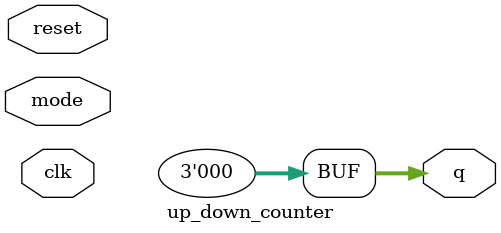
<source format=v>
module up_down_counter(q,clk,reset,mode);
output [2:0]q=3'b000;
reg[2:0]q;
input clk,reset,mode;
always @(posedge clk)
begin
if(reset)
 q=3'b000;
else if(mode==1'b0)
 q=q+1;
else
 q=q-1;
end
endmodule

</source>
